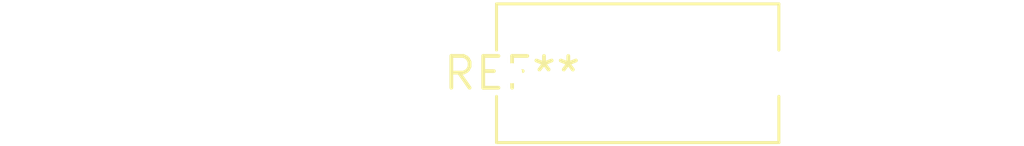
<source format=kicad_pcb>
(kicad_pcb (version 20240108) (generator pcbnew)
  (layers (0 "F.Cu" signal) (31 "B.Cu" signal) (34 "B.Paste" user) (35 "F.Paste" user) (36 "B.SilkS" user "B.Silkscreen") (37 "F.SilkS" user "F.Silkscreen") (38 "B.Mask" user) (39 "F.Mask" user) (44 "Edge.Cuts" user))
  (net 0 "")
  (footprint "C_Rect_L11.0mm_W5.3mm_P10.00mm_MKT" (layer "F.Cu") (at 0 0)
    (property "Reference" "REF**")
    (property "Value" "C_Rect_L11.0mm_W5.3mm_P10.00mm_MKT")
    (fp_line (start -0.62 -2.77) (end -0.62 -0.925) (layer "F.SilkS") (stroke (width 0.12)))
    (fp_line (start -0.62 -2.77) (end 10.62 -2.77) (layer "F.SilkS") (stroke (width 0.12)))
    (fp_line (start -0.62 0.925) (end -0.62 2.77) (layer "F.SilkS") (stroke (width 0.12)))
    (fp_line (start -0.62 2.77) (end 10.62 2.77) (layer "F.SilkS") (stroke (width 0.12)))
    (fp_line (start 10.62 -2.77) (end 10.62 -0.925) (layer "F.SilkS") (stroke (width 0.12)))
    (fp_line (start 10.62 0.925) (end 10.62 2.77) (layer "F.SilkS") (stroke (width 0.12)))
    (pad "1" thru_hole circle (at 0 0) (size 1.6 1.6) (drill 0.8) (layers *.Cu *.Mask) (remove_unused_layers))
    (pad "2" thru_hole circle (at 10 0) (size 1.6 1.6) (drill 0.8) (layers *.Cu *.Mask) (remove_unused_layers))
  )
)
</source>
